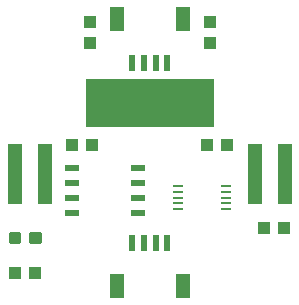
<source format=gtp>
G75*
%MOIN*%
%OFA0B0*%
%FSLAX25Y25*%
%IPPOS*%
%LPD*%
%AMOC8*
5,1,8,0,0,1.08239X$1,22.5*
%
%ADD10R,0.43000X0.16000*%
%ADD11R,0.04331X0.03937*%
%ADD12R,0.04724X0.02362*%
%ADD13R,0.04724X0.07874*%
%ADD14R,0.02362X0.05315*%
%ADD15R,0.03937X0.04331*%
%ADD16R,0.03445X0.00984*%
%ADD17C,0.01181*%
%ADD18R,0.05000X0.20000*%
D10*
X0178333Y0111500D03*
D11*
X0133487Y0055000D03*
X0140180Y0055000D03*
X0216487Y0070000D03*
X0223180Y0070000D03*
X0204180Y0097500D03*
X0197487Y0097500D03*
X0159180Y0097500D03*
X0152487Y0097500D03*
D12*
X0152310Y0090000D03*
X0152310Y0085000D03*
X0152310Y0080000D03*
X0152310Y0075000D03*
X0174357Y0075000D03*
X0174357Y0080000D03*
X0174357Y0085000D03*
X0174357Y0090000D03*
D13*
X0167310Y0050531D03*
X0189357Y0050531D03*
X0189357Y0139469D03*
X0167310Y0139469D03*
D14*
X0172428Y0125000D03*
X0176365Y0125000D03*
X0180302Y0125000D03*
X0184239Y0125000D03*
X0184239Y0065000D03*
X0180302Y0065000D03*
X0176365Y0065000D03*
X0172428Y0065000D03*
D15*
X0158333Y0131654D03*
X0158333Y0138346D03*
X0198333Y0138346D03*
X0198333Y0131654D03*
D16*
X0203953Y0083937D03*
X0203953Y0081969D03*
X0203953Y0080000D03*
X0203953Y0078031D03*
X0203953Y0076063D03*
X0187713Y0076063D03*
X0187713Y0078031D03*
X0187713Y0080000D03*
X0187713Y0081969D03*
X0187713Y0083937D03*
D17*
X0138908Y0067878D02*
X0138908Y0065122D01*
X0138908Y0067878D02*
X0141664Y0067878D01*
X0141664Y0065122D01*
X0138908Y0065122D01*
X0138908Y0066302D02*
X0141664Y0066302D01*
X0141664Y0067482D02*
X0138908Y0067482D01*
X0132003Y0067878D02*
X0132003Y0065122D01*
X0132003Y0067878D02*
X0134759Y0067878D01*
X0134759Y0065122D01*
X0132003Y0065122D01*
X0132003Y0066302D02*
X0134759Y0066302D01*
X0134759Y0067482D02*
X0132003Y0067482D01*
D18*
X0133333Y0088000D03*
X0143333Y0088000D03*
X0213333Y0088000D03*
X0223333Y0088000D03*
M02*

</source>
